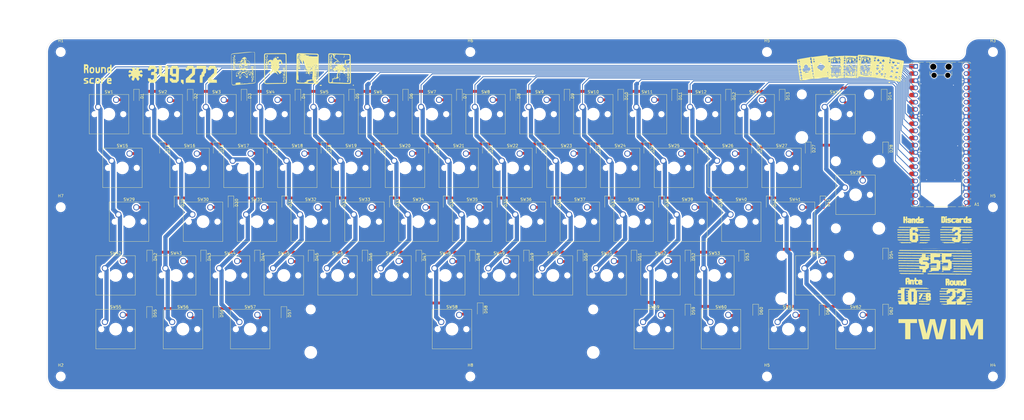
<source format=kicad_pcb>
(kicad_pcb (version 20241229) (generator "pcbnew") (generator_version "9.0")
  (layers (0 "F.Cu" signal) (2 "B.Cu" signal) (13 "F.Paste" user) (15 "B.Paste" user) (5 "F.SilkS" user "F.Silkscreen") (7 "B.SilkS" user "B.Silkscreen") (1 "F.Mask" user) (3 "B.Mask" user) (25 "Edge.Cuts" user))
  (net 0 "")
  (net 1 "GND")
  (net 5 "COL14")
  (net 16 "COL5")
  (net 17 "COL3")
  (net 18 "COL12")
  (net 19 "COL1")
  (net 20 "COL13")
  (net 21 "COL8")
  (net 22 "COL11")
  (net 23 "ROW2")
  (net 24 "ROW4")
  (net 25 "COL7")
  (net 26 "COL9")
  (net 27 "ROW3")
  (net 28 "COL10")
  (net 29 "COL6")
  (net 30 "COL2")
  (net 31 "COL4")
  (net 32 "ROW1")
  (net 33 "Net-(D1-A)")
  (net 34 "Net-(D2-A)")
  (net 35 "Net-(D3-A)")
  (net 36 "Net-(D4-A)")
  (net 37 "Net-(D5-A)")
  (net 38 "Net-(D6-A)")
  (net 39 "Net-(D7-A)")
  (net 40 "Net-(D8-A)")
  (net 41 "Net-(D9-A)")
  (net 42 "Net-(D11-A)")
  (net 43 "Net-(D12-A)")
  (net 44 "Net-(D13-A)")
  (net 45 "Net-(D14-A)")
  (net 46 "Net-(D15-A)")
  (net 47 "Net-(D16-A)")
  (net 48 "Net-(D17-A)")
  (net 49 "Net-(D18-A)")
  (net 50 "Net-(D19-A)")
  (net 51 "Net-(D20-A)")
  (net 52 "Net-(D21-A)")
  (net 53 "Net-(D22-A)")
  (net 54 "Net-(D23-A)")
  (net 55 "Net-(D24-A)")
  (net 56 "Net-(D25-A)")
  (net 57 "Net-(D26-A)")
  (net 58 "Net-(D27-A)")
  (net 59 "Net-(D28-A)")
  (net 60 "Net-(D29-A)")
  (net 61 "Net-(D30-A)")
  (net 62 "Net-(D31-A)")
  (net 63 "Net-(D32-A)")
  (net 64 "Net-(D33-A)")
  (net 65 "Net-(D34-A)")
  (net 66 "Net-(D35-A)")
  (net 67 "Net-(D36-A)")
  (net 68 "Net-(D37-A)")
  (net 69 "Net-(D38-A)")
  (net 70 "Net-(D39-A)")
  (net 71 "Net-(D40-A)")
  (net 72 "Net-(D41-A)")
  (net 73 "Net-(D42-A)")
  (net 74 "Net-(D43-A)")
  (net 75 "Net-(D44-A)")
  (net 76 "Net-(D45-A)")
  (net 77 "Net-(D46-A)")
  (net 78 "Net-(D47-A)")
  (net 79 "Net-(D48-A)")
  (net 80 "Net-(D49-A)")
  (net 81 "Net-(D50-A)")
  (net 82 "Net-(D51-A)")
  (net 83 "Net-(D52-A)")
  (net 84 "Net-(D53-A)")
  (net 85 "Net-(D54-A)")
  (net 86 "Net-(D55-A)")
  (net 87 "Net-(D56-A)")
  (net 88 "Net-(D57-A)")
  (net 89 "Net-(D58-A)")
  (net 90 "Net-(D59-A)")
  (net 91 "Net-(D60-A)")
  (net 92 "Net-(D61-A)")
  (net 93 "Net-(D62-A)")
  (net 94 "ROW5")
  (net 95 "Net-(D10-A)")
  (footprint "Diode_SMD:D_SOD-123" (layer "F.Cu") (at 143.95 120.605 -90)
    (property "Reference" "D4")
    (property "Value" "D")
  )
  (footprint "Diode_SMD:D_SOD-123" (layer "F.Cu") (at 282 177.605 -90)
    (property "Reference" "D52")
    (property "Value" "D")
  )
  (footprint "Button_Switch_Keyboard:SW_Cherry_MX_1.00u_PCB" (layer "F.Cu") (at 127.225 141.005)
    (property "Reference" "SW17")
    (property "Value" "SW_Push")
  )
  (footprint "Diode_SMD:D_SOD-123" (layer "F.Cu") (at 148.650001 177.605 -90)
    (property "Reference" "D45")
    (property "Value" "D")
  )
  (footprint "MountingHole:MountingHole_3mm" (layer "F.Cu") (at 390 160)
    (property "Reference" "H5")
    (property "Value" "MountingHole")
  )
  (footprint "Diode_SMD:D_SOD-123" (layer "F.Cu") (at 243.9 177.605 -90)
    (property "Reference" "D50")
    (property "Value" "D")
  )
  (footprint "LOGO" (layer "F.Cu") (at 340 111)
    (property "Reference" "G***" (hide yes))
    (property "Value" "LOGO" (hide yes))
  )
  (footprint "Button_Switch_Keyboard:SW_Cherry_MX_1.25u_PCB" (layer "F.Cu") (at 343.91875 198.155)
    (property "Reference" "SW62")
    (property "Value" "SW_Push")
  )
  (footprint "Diode_SMD:D_SOD-123" (layer "F.Cu") (at 205.8 177.605 -90)
    (property "Reference" "D48")
    (property "Value" "D")
  )
  (footprint "Diode_SMD:D_SOD-123" (layer "F.Cu") (at 234.55 158.405 -90)
    (property "Reference" "D36")
    (property "Value" "D")
  )
  (footprint "Diode_SMD:D_SOD-123" (layer "F.Cu") (at 201.1 120.605 -90)
    (property "Reference" "D7")
    (property "Value" "D")
  )
  (footprint "Button_Switch_Keyboard:SW_Cherry_MX_1.25u_PCB" (layer "F.Cu") (at 105.79375 198.155)
    (property "Reference" "SW56")
    (property "Value" "SW_Push")
  )
  (footprint "MountingHole:MountingHole_3mm" (layer "F.Cu") (at 310 105)
    (property "Reference" "H5")
    (property "Value" "MountingHole")
  )
  (footprint "Button_Switch_Keyboard:SW_Cherry_MX_1.00u_PCB" (layer "F.Cu") (at 251.05 121.955)
    (property "Reference" "SW10")
    (property "Value" "SW_Push")
  )
  (footprint "MountingHole:MountingHole_3mm" (layer "F.Cu") (at 205 105)
    (property "Reference" "H6")
    (property "Value" "MountingHole")
  )
  (footprint "Button_Switch_Keyboard:SW_Cherry_MX_1.00u_PCB" (layer "F.Cu") (at 98.65 121.955)
    (property "Reference" "SW2")
    (property "Value" "SW_Push")
  )
  (footprint "Diode_SMD:D_SOD-123" (layer "F.Cu") (at 220.15 120.605 -90)
    (property "Reference" "D8")
    (property "Value" "D")
  )
  (footprint "Diode_SMD:D_SOD-123" (layer "F.Cu") (at 262.95 177.605 -90)
    (property "Reference" "D51")
    (property "Value" "D")
  )
  (footprint "Diode_SMD:D_SOD-123" (layer "F.Cu") (at 172.2 139.255 -90)
    (property "Reference" "D19")
    (property "Value" "D")
  )
  (footprint "Button_Switch_Keyboard:SW_Cherry_MX_1.00u_PCB" (layer "F.Cu") (at 289.15 121.955)
    (property "Reference" "SW12")
    (property "Value" "SW_Push")
  )
  (footprint "Diode_SMD:D_SOD-123" (layer "F.Cu") (at 129.6 177.605 -90)
    (property "Reference" "D44")
    (property "Value" "D")
  )
  (footprint "LOGO" (layer "F.Cu") (at 142 111)
    (property "Reference" "G***" (hide yes))
    (property "Value" "LOGO" (hide yes))
  )
  (footprint "Diode_SMD:D_SOD-123" (layer "F.Cu") (at 229.35 139.255 -90)
    (property "Reference" "D22")
    (property "Value" "D")
  )
  (footprint "Diode_SMD:D_SOD-123" (layer "F.Cu") (at 101.2 158.405 -90)
    (property "Reference" "D29")
    (property "Value" "D")
  )
  (footprint "Button_Switch_Keyboard:SW_Cherry_MX_1.00u_PCB" (layer "F.Cu") (at 293.9125 179.105)
    (property "Reference" "SW53")
    (property "Value" "SW_Push")
  )
  (footprint "Diode_SMD:D_SOD-123" (layer "F.Cu") (at 110.55 177.605 -90)
    (property "Reference" "D43")
    (property "Value" "D")
  )
  (footprint "Diode_SMD:D_SOD-123" (layer "F.Cu") (at 124.9 120.605 -90)
    (property "Reference" "D3")
    (property "Value" "D")
  )
  (footprint "Diode_SMD:D_SOD-123" (layer "F.Cu") (at 208.5 196.255 -90)
    (property "Reference" "D58")
    (property "Value" "D")
  )
  (footprint "LOGO" (layer "F.Cu") (at 362 190)
    (property "Reference" "G***" (hide yes))
    (property "Value" "LOGO" (hide yes))
  )
  (footprint "Diode_SMD:D_SOD-123" (layer "F.Cu") (at 96 139.255 -90)
    (property "Reference" "D15")
    (property "Value" "D")
  )
  (footprint "Button_Switch_Keyboard:SW_Cherry_MX_1.00u_PCB" (layer "F.Cu") (at 317.725 141.005)
    (property "Reference" "SW27")
    (property "Value" "SW_Push")
  )
  (footprint "Button_Switch_Keyboard:SW_Cherry_MX_1.00u_PCB" (layer "F.Cu") (at 227.2375 160.055)
    (property "Reference" "SW36")
    (property "Value" "SW_Push")
  )
  (footprint "Button_Switch_Keyboard:SW_Cherry_MX_1.00u_PCB" (layer "F.Cu") (at 170.0875 160.055)
    (property "Reference" "SW33")
    (property "Value" "SW_Push")
  )
  (footprint "Button_Switch_Keyboard:SW_Cherry_MX_1.00u_PCB" (layer "F.Cu") (at 255.8125 179.105)
    (property "Reference" "SW51")
    (property "Value" "SW_Push")
  )
  (footprint "Diode_SMD:D_SOD-123" (layer "F.Cu") (at 120.25 158.405 -90)
    (property "Reference" "D30")
    (property "Value" "D")
  )
  (footprint "Diode_SMD:D_SOD-123" (layer "F.Cu") (at 329.5 196.755 -90)
    (property "Reference" "D61")
    (property "Value" "D")
  )
  (footprint "Button_Switch_Keyboard:SW_Cherry_MX_1.00u_PCB" (layer "F.Cu") (at 265.3375 160.055)
    (property "Reference" "SW38")
    (property "Value" "SW_Push")
  )
  (footprint "Button_Switch_Keyboard:SW_Cherry_MX_2.75u_PCB" (layer "F.Cu") (at 329.63125 179.105)
    (property "Reference" "SW54")
    (property "Value" "SW_Push")
  )
  (footprint "MountingHole:MountingHole_3mm" (layer "F.Cu") (at 310 220)
    (property "Reference" "H5")
    (property "Value" "MountingHole")
  )
  (footprint "Diode_SMD:D_SOD-123" (layer "F.Cu") (at 158.350001 158.405 -90)
    (property "Reference" "D32")
    (property "Value" "D")
  )
  (footprint "Diode_SMD:D_SOD-123" (layer "F.Cu") (at 296.35 120.605 -90)
    (property "Reference" "D12")
    (property "Value" "D")
  )
  (footprint "Button_Switch_Keyboard:SW_Cherry_MX_1.25u_PCB" (layer "F.Cu") (at 320.10625 198.155)
    (property "Reference" "SW61")
    (property "Value" "SW_Push")
  )
  (footprint "Diode_SMD:D_SOD-123" (layer "F.Cu") (at 139 197.605 -90)
    (property "Reference" "D57")
    (property "Value" "D")
  )
  (footprint "Button_Switch_Keyboard:SW_Cherry_MX_1.00u_PCB" (layer "F.Cu") (at 108.175 141.005)
    (property "Reference" "SW16")
    (property "Value" "SW_Push")
  )
  (footprint "Button_Switch_Keyboard:SW_Cherry_MX_1.00u_PCB" (layer "F.Cu") (at 193.9 121.955)
    (property "Reference" "SW7")
    (property "Value" "SW_Push")
  )
  (footprint "Diode_SMD:D_SOD-123" (layer "F.Cu") (at 310.75 158.405 -90)
    (property "Reference" "D40")
    (property "Value" "D")
  )
  (footprint "Button_Switch_Keyboard:SW_Cherry_MX_1.00u_PCB" (layer "F.Cu") (at 208.1875 160.055)
    (property "Reference" "SW35")
    (property "Value" "SW_Push")
  )
  (footprint "Diode_SMD:D_SOD-123" (layer "F.Cu") (at 277.3 120.605 -90)
    (property "Reference" "D11")
    (property "Value" "D")
  )
  (footprint "Button_Switch_Keyboard:SW_Cherry_MX_1.00u_PCB" (layer "F.Cu") (at 122.4625 179.105)
    (property "Reference" "SW44")
    (property "Value" "SW_Push")
  )
  (footprint "Module:RaspberryPi_Pico_Common_Unspecified" (layer "F.Cu") (at 371.575 134.225)
    (property "Reference" "A1")
    (property "Value" "RaspberryPi_Pico")
  )
  (footprint "Diode_SMD:D_SOD-123" (layer "F.Cu") (at 267.45 139.255 -90)
    (property "Reference" "D24")
    (property "Value" "D")
  )
  (footprint "Diode_SMD:D_SOD-123" (layer "F.Cu") (at 239.2 120.605 -90)
    (property "Reference" "D9")
    (property "Value" "D")
  )
  (footprint "MountingHole:MountingHole_3mm" (layer "F.Cu") (at 390 220)
    (property "Reference" "H4")
    (property "Value" "MountingHole")
  )
  (footprint "Button_Switch_Keyboard:SW_Cherry_MX_1.00u_PCB" (layer "F.Cu") (at 303.4375 160.055)
    (property "Reference" "SW40")
    (property "Value" "SW_Push")
  )
  (footprint "LOGO" (layer "F.Cu") (at 377 168)
    (property "Reference" "G***" (hide yes))
    (property "Value" "LOGO" (hide yes))
  )
  (footprint "Button_Switch_Keyboard:SW_Cherry_MX_1.00u_PCB" (layer "F.Cu") (at 236.7625 179.105)
    (property "Reference" "SW50")
    (property "Value" "SW_Push")
  )
  (footprint "MountingHole:MountingHole_3mm" (layer "F.Cu") (at 60 105)
    (property "Reference" "H1")
    (property "Value" "MountingHole")
  )
  (footprint "Button_Switch_Keyboard:SW_Cherry_MX_1.00u_PCB" (layer "F.Cu") (at 322.4875 160.055)
    (property "Reference" "SW41")
    (property "Value" "SW_Push")
  )
  (footprint "Button_Switch_Keyboard:SW_Cherry_MX_1.00u_PCB" (layer "F.Cu") (at 131.9875 160.055)
    (property "Reference" "SW31")
    (property "Value" "SW_Push")
  )
  (footprint "Button_Switch_Keyboard:SW_Cherry_MX_1.00u_PCB" (layer "F.Cu") (at 79.6 121.955)
    (property "Reference" "SW1")
    (property "Value" "SW_Push")
  )
  (footprint "Button_Switch_Keyboard:SW_Cherry_MX_6.25u_PCB" (layer "F.Cu") (at 201.04375 198.155)
    (property "Reference" "SW58")
    (property "Value" "SW_Push")
  )
  (footprint "Button_Switch_Keyboard:SW_Cherry_MX_1.00u_PCB" (layer "F.Cu") (at 260.575 141.005)
    (property "Reference" "SW24")
    (property "Value" "SW_Push")
  )
  (footprint "Button_Switch_Keyboard:SW_Cherry_MX_1.00u_PCB" (layer "F.Cu") (at 146.275 141.005)
    (property "Reference" "SW18")
    (property "Value" "SW_Push")
  )
  (footprint "Button_Switch_Keyboard:SW_Cherry_MX_1.00u_PCB" (layer "F.Cu") (at 155.8 121.955)
    (property "Reference" "SW5")
    (property "Value" "SW_Push")
  )
  (footprint "Diode_SMD:D_SOD-123" (layer "F.Cu") (at 291.7 158.405 -90)
    (property "Reference" "D39")
    (property "Value" "D")
  )
  (footprint "Button_Switch_Keyboard:SW_Cherry_MX_1.00u_PCB" (layer "F.Cu") (at 270.1 121.955)
    (property "Reference" "SW11")
    (property "Value" "SW_Push")
  )
  (footprint "LOGO" (layer "F.Cu") (at 92 113)
    (property "Reference" "G***" (hide yes))
    (property "Value" "LOGO" (hide yes))
  )
  (footprint "Button_Switch_Keyboard:SW_Cherry_MX_1.00u_PCB" (layer "F.Cu") (at 241.525 141.005)
    (property "Reference" "SW23")
    (property "Value" "SW_Push")
  )
  (footprint "Diode_SMD:D_SOD-123" (layer "F.Cu") (at 91.5 177.605 -90)
    (property "Reference" "D42")
    (property "Value" "D")
  )
  (footprint "Diode_SMD:D_SOD-123" (layer "F.Cu") (at 139.3 158.405 -90)
    (property "Reference" "D31")
    (property "Value" "D")
  )
  (footprint "Diode_SMD:D_SOD-123" (layer "F.Cu") (at 301.05 177.605 -90)
    (property "Reference" "D53")
    (property "Value" "D")
  )
  (footprint "Button_Switch_Keyboard:SW_Cherry_MX_1.00u_PCB" (layer "F.Cu") (at 298.675 141.005)
    (property "Reference" "SW26")
    (property "Value" "SW_Push")
  )
  (footprint "Diode_SMD:D_SOD-123" (layer "F.Cu") (at 105.85 120.605 -90)
    (property "Reference" "D2")
    (property "Value" "D")
  )
  (footprint "Button_Switch_Keyboard:SW_Cherry_MX_1.00u_PCB" (layer "F.Cu") (at 165.325 141.005)
    (property "Reference" "SW19")
    (property "Value" "SW_Push")
  )
  (footprint "Button_Switch_Keyboard:SW_Cherry_MX_1.25u_PCB" (layer "F.Cu") (at 81.98125 198.155)
    (property "Reference" "SW55")
    (property "Value" "SW_Push")
  )
  (footprint "Button_Switch_Keyboard:SW_Cherry_MX_1.00u_PCB" (layer "F.Cu") (at 284.3875 160.055)
    (property "Reference" "SW39")
    (property "Value" "SW_Push")
  )
  (footprint "Diode_SMD:D_SOD-123" (layer "F.Cu") (at 86.8 120.605 -90)
    (property "Reference" "D1")
    (property "Value" "D")
  )
  (footprint "Button_Switch_Keyboard:SW_Cherry_MX_1.25u_PCB" (layer "F.Cu") (at 296.29375 198.155)
    (property "Reference" "SW60")
    (property "Value" "SW_Push")
  )
  (footprint "Button_Switch_Keyboard:SW_Cherry_MX_1.00u_PCB" (layer "F.Cu") (at 189.1375 160.055)
    (property "Reference" "SW34")
    (property "Value" "SW_Push")
  )
  (footprint "Diode_SMD:D_SOD-123" (layer "F.Cu") (at 91.4 197.605 -90)
    (property "Reference" "D55")
    (property "Value" "D")
  )
  (footprint "Diode_SMD:D_SOD-123" (layer "F.Cu") (at 253.6 158.405 -90)
    (property "Reference" "D37")
    (property "Value" "D")
  )
  (footprint "Diode_SMD:D_SOD-123" (layer "F.Cu") (at 248.4 139.255 -90)
    (property "Reference" "D23")
    (property "Value" "D")
  )
  (footprint "Diode_SMD:D_SOD-123" (layer "F.Cu") (at 224.85 177.605 -90)
    (property "Reference" "D49")
    (property "Value" "D")
  )
  (footprint "Button_Switch_Keyboard:SW_Cherry_MX_1.00u_PCB" (layer "F.Cu") (at 112.9375 160.055)
    (property "Reference" "SW30")
    (property "Value" "SW_Push")
  )
  (footprint "MountingHole:MountingHole_3mm" (layer "F.Cu") (at 390 105)
    (property "Reference" "H3")
    (property "Value" "MountingHole")
  )
  (footprint "Diode_SMD:D_SOD-123" (layer "F.Cu") (at 210.3 139.255 -90)
    (property "Reference" "D21")
    (property "Value" "D")
  )
  (footprint "Diode_SMD:D_SOD-123" (layer "F.Cu") (at 115 197.605 -90)
    (property "Reference" "D56")
    (property "Value" "D")
  )
  (footprint "Button_Switch_Keyboard:SW_Cherry_MX_2.00u_PCB" (layer "F.Cu") (at 336.775 121.955)
    (property "Reference" "SW14")
    (property "Value" "SW_Push")
  )
  (footprint "Diode_SMD:D_SOD-123" (layer "F.Cu") (at 177.4 158.405 -90)
    (property "Reference" "D33")
    (property "Value" "D")
  )
  (footprint "Diode_SMD:D_SOD-123" (layer "F.Cu") (at 196.45 158.405 -90)
    (property "Reference" "D34")
    (property "Value" "D")
  )
  (footprint "Diode_SMD:D_SOD-123" (layer "F.Cu") (at 286.5 139.255 -90)
    (property "Reference" "D25")
    (property "Value" "D")
  )
  (footprint "Diode_SMD:D_SOD-123" (layer "F.Cu") (at 258.25 120.605 -90)
    (property "Reference" "D10")
    (property "Value" "D")
  )
  (footprint "Diode_SMD:D_SOD-123" (layer "F.Cu") (at 186.75 177.605 -90)
    (property "Reference" "D47")
    (property "Value" "D")
  )
  (footprint "LOGO" (layer "F.Cu") (at 362 168)
    (property "Reference" "G***" (hide yes))
    (property "Value" "LOGO" (hide yes))
  )
  (footprint "Button_Switch_Keyboard:SW_Cherry_MX_1.00u_PCB" (layer "F.Cu") (at 222.475 141.005)
    (property "Reference" "SW22")
    (property "Value" "SW_Push")
  )
  (footprint "Diode_SMD:D_SOD-123" (layer "F.Cu") (at 163 120.605 -90)
    (property "Reference" "D5")
    (property "Value" "D")
  )
  (footprint "Diode_SMD:D_SOD-123" (layer "F.Cu") (at 167.7 177.605 -90)
    (property "Reference" "D46")
    (property "Value" "D")
  )
  (footprint "Button_Switch_Keyboard:SW_Cherry_MX_1.00u_PCB" (layer "F.Cu") (at 308.2 121.955)
    (property "Reference" "SW13")
    (property "Value" "SW_Push")
  )
  (footprint "Diode_SMD:D_SOD-123" (layer "F.Cu") (at 272.65 158.405 -90)
    (property "Reference" "D38")
    (property "Value" "D")
  )
  (footprint "Diode_SMD:D_SOD-123" (layer "F.Cu") (at 352 196.755 -90)
    (property "Reference" "D62")
    (property "Value" "D")
  )
  (footprint "Button_Switch_Keyboard:SW_Cherry_MX_1.00u_PCB" (layer "F.Cu") (at 103.4125 179.105)
    (property "Reference" "SW43")
    (property "Value" "SW_Push")
  )
  (footprint "Diode_SMD:D_SOD-123" (layer "F.Cu") (at 182.05 120.605 -90)
    (property "Reference" "D6")
    (property "Value" "D")
  )
  (footprint "Diode_SMD:D_SOD-123" (layer "F.Cu") (at 352 139.255 -90)
    (property "Reference" "D28")
    (property "Value" "D")
  )
  (footprint "Button_Switch_Keyboard:SW_Cherry_MX_1.00u_PCB" (layer "F.Cu") (at 117.7 121.955)
    (property "Reference" "SW3")
    (property "Value" "SW_Push")
  )
  (footprint "Button_Switch_Keyboard:SW_Cherry_MX_1.00u_PCB" (layer "F.Cu") (at 203.425 141.005)
    (property "Reference" "SW21")
    (property "Value" "SW_Push")
  )
  (footprint "Button_Switch_Keyboard:SW_Cherry_MX_1.25u_PCB" (layer "F.Cu") (at 129.60625 198.155)
    (property "Reference" "SW57")
    (property "Value" "SW_Push")
  )
  (footprint "Diode_SMD:D_SOD-123" (layer "F.Cu") (at 191.25 139.255 -90)
    (property "Reference" "D20")
    (property "Value" "D")
  )
  (footprint "Diode_SMD:D_SOD-123" (layer "F.Cu") (at 324.6 139.255 -90)
    (property "Reference" "D27")
    (property "Value" "D")
  )
  (footprint "Button_Switch_Keyboard:SW_Cherry_MX_1.00u_PCB" (layer "F.Cu") (at 174.85 121.955)
    (property "Reference" "SW6")
    (property "Value" "SW_Push")
  )
  (footprint "Button_Switch_Keyboard:SW_Cherry_MX_1.00u_PCB" (layer "F.Cu") (at 217.7125 179.105)
    (property "Reference" "SW49")
    (property "Value" "SW_Push")
  )
  (footprint "Diode_SMD:D_SOD-123" (layer "F.Cu") (at 329.8 158.405 -90)
    (property "Reference" "D41")
    (property "Value" "D")
  )
  (footprint "Button_Switch_Keyboard:SW_Cherry_MX_1.00u_PCB" (layer "F.Cu") (at 141.5125 179.105)
    (property "Reference" "SW45")
    (property "Value" "SW_Push")
  )
  (footprint "Button_Switch_Keyboard:SW_Cherry_MX_1.00u_PCB" (layer "F.Cu") (at 246.2875 160.055)
    (property "Reference" "SW37")
    (property "Value" "SW_Push")
  )
  (footprint "Button_Switch_Keyboard:SW_Cherry_MX_1.00u_PCB" (layer "F.Cu") (at 279.625 141.005)
    (property "Reference" "SW25")
    (property "Value" "SW_Push")
  )
  (footprint "Button_Switch_Keyboard:SW_Cherry_MX_1.00u_PCB" (layer "F.Cu") (at 274.8625 179.105)
    (property "Reference" "SW52")
    (property "Value" "SW_Push")
  )
  (footprint "Button_Switch_Keyboard:SW_Cherry_MX_1.00u_PCB" (layer "F.Cu") (at 198.6625 179.105)
    (property "Reference" "SW48")
    (property "Value" "SW_Push")
  )
  (footprint "MountingHole:MountingHole_3mm" (layer "F.Cu") (at 60 220)
    (property "Reference" "H2")
    (property "Value" "MountingHole")
  )
  (footprint "LOGO" (layer "F.Cu") (at 377 190)
    (property "Reference" "G***" (hide yes))
    (property "Value" "LOGO" (hide yes))
  )
  (footprint "Button_Switch_Keyboard:SW_Cherry_MX_1.00u_PCB" (layer "F.Cu") (at 136.75 121.955)
    (property "Reference" "SW4")
    (property "Value" "SW_Push")
  )
  (footprint "Diode_SMD:D_SOD-123" (layer "F.Cu") (at 315.4 120.605 -90)
    (property "Reference" "D13")
    (property "Value" "D")
  )
  (footprint "Diode_SMD:D_SOD-123" (layer "F.Cu") (at 215.5 158.405 -90)
    (property "Reference" "D35")
    (property "Value" "D")
  )
  (footprint "Button_Switch_Keyboard:SW_Cherry_MX_1.00u_PCB" (layer "F.Cu") (at 151.0375 160.055)
    (property "Reference" "SW32")
    (property "Value" "SW_Push")
  )
  (footprint "Button_Switch_Keyboard:SW_Cherry_MX_ISOEnter_PCB" (layer "F.Cu") (at 343.91875 150.53)
    (property "Reference" "SW28")
    (property "Value" "SW_Push")
  )
  (footprint "Button_Switch_Keyboard:SW_Cherry_MX_1.25u_PCB" (layer "F.Cu") (at 272.48125 198.155)
    (property "Reference" "SW59")
    (property "Value" "SW_Push")
  )
  (footprint "MountingHole:MountingHole_3mm" (layer "F.Cu") (at 205 220)
    (property "Reference" "H8")
    (property "Value" "MountingHole")
  )
  (footprint "Diode_SMD:D_SOD-123" (layer "F.Cu") (at 115.05 139.255 -90)
    (property "Reference" "D16")
    (property "Value" "D")
  )
  (footprint "Diode_SMD:D_SOD-123" (layer "F.Cu") (at 282 196.755 -90)
    (property "Reference" "D59")
    (property "Value" "D")
  )
  (footprint "MountingHole:MountingHole_3mm" (layer "F.Cu") (at 60 160)
    (property "Reference" "H7")
    (property "Value" "MountingHole")
  )
  (footprint "Diode_SMD:D_SOD-123" (layer "F.Cu") (at 306 196.755 -90)
    (property "Reference" "D60")
    (property "Value" "D")
  )
  (footprint "Button_Switch_Keyboard:SW_Cherry_MX_1.00u_PCB" (layer "F.Cu") (at 212.95 121.955)
    (property "Reference" "SW8")
    (property "Value" "SW_Push")
  )
  (footprint "Diode_SMD:D_SOD-123" (layer "F.Cu") (at 352 176.905 -90)
    (property "Reference" "D54")
    (property "Value" "D")
  )
  (footprint "Button_Switch_Keyboard:SW_Cherry_MX_1.00u_PCB" (layer "F.Cu") (at 160.5625 179.105)
    (property "Reference" "SW46")
    (property "Value" "SW_Push")
  )
  (footprint "Button_Switch_Keyboard:SW_Cherry_MX_1.25u_PCB" (layer "F.Cu") (at 81.98125 179.105)
    (property "Reference" "SW42")
    (property "Value" "SW_Push")
  )
  (footprint "Diode_SMD:D_SOD-123" (layer "F.Cu") (at 134.1 139.255 -90)
    (property "Reference" "D17")
    (property "Value" "D")
  )
  (footprint "LOGO" (layer "F.Cu") (at 369.5 179.5)
    (property "Reference" "G***" (hide yes))
    (property "Value" "LOGO" (hide yes))
  )
  (footprint "Diode_SMD:D_SOD-123" (layer "F.Cu") (at 351.5 120.605 -90)
    (property "Reference" "D14")
    (property "Value" "D")
  )
  (footprint "Diode_SMD:D_SOD-123" (layer "F.Cu") (at 305.55 139.255 -90)
    (property "Reference" "D26")
    (property "Value" "D")
  )
  (footprint "Button_Switch_Keyboard:SW_Cherry_MX_1.75u_PCB" (layer "F.Cu") (at 86.74375 160.055)
    (property "Reference" "SW29")
    (property "Value" "SW_Push")
  )
  (footprint "Button_Switch_Keyboard:SW_Cherry_MX_1.00u_PCB" (layer "F.Cu") (at 179.6125 179.105)
    (property "Reference" "SW47")
    (property "Value" "SW_Push")
  )
  (footprint "Diode_SMD:D_SOD-123" (layer "F.Cu") (at 153.150001 139.255 -90)
    (property "Reference" "D18")
    (property "Value" "D")
  )
  (footprint "Button_Switch_Keyboard:SW_Cherry_MX_1.00u_PCB" (layer "F.Cu") (at 184.375 141.005)
    (property "Reference" "SW20")
    (property "Value" "SW_Push")
  )
  (footprint "Button_Switch_Keyboard:SW_Cherry_MX_1.00u_PCB" (layer "F.Cu") (at 232 121.955)
    (property "Reference" "SW9")
    (property "Value" "SW_Push")
  )
  (footprint "Button_Switch_Keyboard:SW_Cherry_MX_1.50u_PCB" (layer "F.Cu") (at 84.3625 141.005)
    (property "Reference" "SW15")
    (property "Value" "SW_Push")
  )
  (gr_line (start 390 225) (end 60 225) (stroke (width 0.05)) (layer "Edge.Cuts"))
  (gr_arc (start 355 100) (mid 358.535534 101.464466) (end 360 105) (stroke (width 0.05)) (layer "Edge.Cuts"))
  (gr_arc (start 395 220) (mid 393.535534 223.535534) (end 390 225) (stroke (width 0.05)) (layer "Edge.Cuts"))
  (gr_arc (start 390 100) (mid 393.535534 101.464466) (end 395 105) (stroke (width 0.05)) (layer "Edge.Cuts"))
  (gr_line (start 385 100) (end 390 100) (stroke (width 0.05)) (layer "Edge.Cuts"))
  (gr_line (start 60 100) (end 315 100) (stroke (width 0.05)) (layer "Edge.Cuts"))
  (gr_arc (start 362.5 107.5) (mid 360.732233 106.767767) (end 360 105) (stroke (width 0.05)) (layer "Edge.Cuts"))
  (gr_arc (start 60 225) (mid 56.464466 223.535534) (end 55 220) (stroke (width 0.05)) (layer "Edge.Cuts"))
  (gr_line (start 55 220) (end 55 105) (stroke (width 0.05)) (layer "Edge.Cuts"))
  (gr_line (start 355 100) (end 315 100) (stroke (width 0.05)) (layer "Edge.Cuts"))
  (gr_arc (start 55 105) (mid 56.464466 101.464466) (end 60 100) (stroke (width 0.05)) (layer "Edge.Cuts"))
  (gr_arc (start 380 105) (mid 379.385728 106.64135) (end 377.844775 107.476112) (stroke (width 0.05)) (layer "Edge.Cuts"))
  (gr_line (start 377.844774 107.476112) (end 362.5 107.5) (stroke (width 0.05)) (layer "Edge.Cuts"))
  (gr_arc (start 380 105) (mid 381.464466 101.464466) (end 385 100) (stroke (width 0.05)) (layer "Edge.Cuts"))
  (gr_line (start 395 105) (end 395 220) (stroke (width 0.05)) (layer "Edge.Cuts"))
  (gr_text "TWIM" (at 356.5 208 0) (layer "F.SilkS") (effects (font (size 7 7) (thickness 1) (bold yes)) (justify left bottom)))
  (segment (start 379.085 129.255) (end 380.465 127.875) (width 0.2) (layer "F.Cu") (net 1))
  (segment (start 379 129.255) (end 379.085 129.255) (width 0.2) (layer "F.Cu") (net 1))
  (via (at 366.5 150.255) (size 0.6) (drill 0.3) (layers "F.Cu" "B.Cu") (net 1))
  (via (at 364.5 116.255) (size 0.6) (drill 0.3) (layers "F.Cu" "B.Cu") (net 1))
  (via (at 365 127.255) (size 0.6) (drill 0.3) (layers "F.Cu" "B.Cu") (net 1))
  (via (at 376.5 150.255) (size 0.6) (drill 0.3) (layers "F.Cu" "B.Cu") (net 1))
  (via (at 376 116.755) (size 0.6) (drill 0.3) (layers "F.Cu" "B.Cu") (net 1))
  (via (at 379 129.255) (size 0.6) (drill 0.3) (layers "F.Cu" "B.Cu") (net 1))
  (via (at 377.5 138.255) (size 0.6) (drill 0.3) (layers "F.Cu" "B.Cu") (net 1))
  (via (at 364.5 140.255) (size 0.6) (drill 0.3) (layers "F.Cu" "B.Cu") (net 1))
  (segment (start 362.685 152.801454) (end 365.231454 150.255) (width 0.3) (layer "B.Cu") (net 1))
  (segment (start 362.685 127.875) (end 364.38 127.875) (width 0.3) (layer "B.Cu") (net 1))
  (segment (start 377.58 115.175) (end 376 116.755) (width 0.3) (layer "B.Cu") (net 1))
  (segment (start 364.38 127.875) (end 365 127.255) (width 0.3) (layer "B.Cu") (net 1))
  (segment (start 380.465 152.801454) (end 377.918546 150.255) (width 0.3) (layer "B.Cu") (net 1))
  (segment (start 364.18 140.575) (end 364.5 140.255) (width 0.3) (layer "B.Cu") (net 1))
  (segment (start 362.685 153.275) (end 362.685 152.801454) (width 0.3) (layer "B.Cu") (net 1))
  (segment (start 379.82 140.575) (end 377.5 138.255) (width 0.3) (layer "B.Cu") (net 1))
  (segment (start 365.231454 150.255) (end 366.5 150.255) (width 0.3) (layer "B.Cu") (net 1))
  (segment (start 380.465 115.175) (end 377.58 115.175) (width 0.3) (layer "B.Cu") (net 1))
  (segment (start 363.42 115.175) (end 364.5 116.255) (width 0.3) (layer "B.Cu") (net 1))
  (segment (start 362.685 140.575) (end 364.18 140.575) (width 0.3) (layer "B.Cu") (net 1))
  (segment (start 380.465 140.575) (end 379.82 140.575) (width 0.3) (layer "B.Cu") (net 1))
  (segment (start 377.918546 150.255) (end 376.5 150.255) (width 0.3) (layer "B.Cu") (net 1))
  (segment (start 362.685 115.175) (end 363.42 115.175) (width 0.3) (layer "B.Cu") (net 1))
  (segment (start 380.465 153.275) (end 380.465 152.801454) (width 0.3) (layer "B.Cu") (net 1))
  (segment (start 362.685 150.735) (end 361.55363 150.735) (width 0.3) (layer "F.Cu") (net 5))
  (segment (start 331.006 146.50725) (end 337.56875 153.07) (width 1.5) (layer "B.Cu") (net 5))
  (segment (start 362.685 150.735) (end 355.5 143.55) (width 0.3) (layer "B.Cu") (net 5))
  (segment (start 326.8785 178.04775) (end 323.28125 181.645) (width 1.5) (layer "B.Cu") (net 5))
  (segment (start 324 182.36375) (end 324 187.12625) (width 1.5) (layer "B.Cu") (net 5))
  (segment (start 336.221041 153.07) (end 326.8785 162.412541) (width 1.5) (layer "B.Cu") (net 5))
  (segment (start 355.499 141.71752) (end 355.499 117.254) (width 0.3) (layer "B.Cu") (net 5))
  (segment (start 331.006 125.076) (end 331.006 146.50725) (width 1.5) (layer "B.Cu") (net 5))
  (segment (start 326.8785 162.412541) (end 326.8785 178.04775) (width 1.5) (layer "B.Cu") (net 5))
  (segment (start 337.56875 153.07) (end 336.221041 153.07) (width 1.5) (layer "B.Cu") (net 5))
  (segment (start 355.499 117.254) (end 354.512 116.267) (width 0.3) (layer "B.Cu") (net 5))
  (segment (start 354.512 116.267) (end 338.653 116.267) (width 0.3) (layer "B.Cu") (net 5))
  (segment (start 330.425 124.495) (end 331.006 125.076) (width 1.5) (layer "B.Cu") (net 5))
  (segment (start 355.5 141.718521) (end 355.499 141.71752) (width 0.3) (layer "B.Cu") (net 5))
  (segment (start 324 187.12625) (end 337.56875 200.695) (width 1.5) (layer "B.Cu") (net 5))
  (segment (start 323.28125 181.645) (end 324 182.36375) (width 1.5) (layer "B.Cu") (net 5))
  (segment (start 355.5 143.55) (end 355.5 141.718521) (width 0.3) (layer "B.Cu") (net 5))
  (segment (start 338.653 116.267) (end 330.425 124.495) (width 0.3) (layer "B.Cu") (net 5))
  (segment (start 360 120.755) (end 362.04 122.795) (width 0.3) (layer "B.Cu") (net 16))
  (segment (start 360 113.255) (end 360 120.755) (width 0.3) (layer "B.Cu") (net 16))
  (segment (start 159.784 144.354) (end 158.975 143.545) (width 1.5) (layer "B.Cu") (net 16))
  (segment (start 163.7375 162.595) (end 164.3185 163.176) (width 1.5) (layer "B.Cu") (net 16))
  (segment (start 164.3185 163.176) (end 164.3185 171.539) (width 1.5) (layer "B.Cu") (net 16))
  (segment (start 362.04 122.795) (end 362.685 122.795) (width 0.3) (layer "B.Cu") (net 16))
  (segment (start 163.7375 162.595) (end 159.784 158.6415) (width 1.5) (layer "B.Cu") (net 16))
  (segment (start 350.997 111.758) (end 351 111.755) (width 0.3) (layer "B.Cu") (net 16))
  (segment (start 149.45 124.495) (end 149.45 116.805) (width 0.3) (layer "B.Cu") (net 16))
  (segment (start 164.3185 171.539) (end 154.2125 181.645) (width 1.5) (layer "B.Cu") (net 16))
  (segment (start 154.497 111.758) (end 350.997 111.758) (width 0.3) (layer "B.Cu") (net 16))
  (segment (start 351 111.755) (end 358.5 111.755) (width 0.3) (layer "B.Cu") (net 16))
  (segment (start 358.5 111.755) (end 360 113.255) (width 0.3) (layer "B.Cu") (net 16))
  (segment (start 150.031 134.601) (end 150.031 125.076) (width 1.5) (layer "B.Cu") (net 16))
  (segment (start 158.975 143.545) (end 150.031 134.601) (width 1.5) (layer "B.Cu") (net 16))
  (segment (start 150.031 125.076) (end 149.45 124.495) (width 1.5) (layer "B.Cu") (net 16))
  (segment (start 159.784 158.6415) (end 159.784 144.354) (width 1.5) (layer "B.Cu") (net 16))
  (segment (start 149.45 116.805) (end 154.497 111.758) (width 0.3) (layer "B.Cu") (net 16))
  (segment (start 126.2185 163.176) (end 126.2185 171.539) (width 1.5) (layer "B.Cu") (net 17))
  (segment (start 116.9215 194.36025) (end 116.9215 182.454) (width 1.5) (layer "B.Cu") (net 17))
  (segment (start 127.686 144.841945) (end 125.928055 143.084) (width 1.5) (layer "B.Cu") (net 17))
  (segment (start 125.6375 162.595) (end 126.2185 163.176) (width 1.5) (layer "B.Cu") (net 17))
  (segment (start 127.686 160.5465) (end 127.686 144.841945) (width 1.5) (layer "B.Cu") (net 17))
  (segment (start 126.2185 171.539) (end 116.1125 181.645) (width 1.5) (layer "B.Cu") (net 17))
  (segment (start 111.35 124.495) (end 111.35 116.405) (width 0.3) (layer "B.Cu") (net 17))
  (segment (start 121.336 143.084) (end 120.875 143.545) (width 1.5) (layer "B.Cu") (net 17))
  (segment (start 349.499 110.756) (end 349.5 110.755) (width 0.3) (layer "B.Cu") (net 17))
  (segment (start 125.928055 143.084) (end 121.336 143.084) (width 1.5) (layer "B.Cu") (net 17))
  (segment (start 349.5 110.755) (end 359 110.755) (width 0.3) (layer "B.Cu") (net 17))
  (segment (start 123.25625 200.695) (end 116.9215 194.36025) (width 1.5) (layer "B.Cu") (net 17))
  (segment (start 112.159 134.829) (end 120.875 143.545) (width 1.5) (layer "B.Cu") (net 17))
  (segment (start 111.35 116.405) (end 116.999 110.756) (width 0.3) (layer "B.Cu") (net 17))
  (segment (start 362.685 117.715) (end 362.3225 117.715) (width 0.3) (layer "B.Cu") (net 17))
  (segment (start 125.6375 162.595) (end 127.686 160.5465) (width 1.5) (layer "B.Cu") (net 17))
  (segment (start 359 110.755) (end 361 112.755) (width 0.3) (layer "B.Cu") (net 17))
  (segment (start 116.999 110.756) (end 349.499 110.756) (width 0.3) (layer "B.Cu") (net 17))
  (segment (start 111.35 124.495) (end 112.159 125.304) (width 1.5) (layer "B.Cu") (net 17))
  (segment (start 361 116.03) (end 362.685 117.715) (width 0.3) (layer "B.Cu") (net 17))
  (segment (start 116.9215 182.454) (end 116.1125 181.645) (width 1.5) (layer "B.Cu") (net 17))
  (segment (start 112.159 125.304) (end 112.159 134.829) (width 1.5) (layer "B.Cu") (net 17))
  (segment (start 361 112.755) (end 361 116.03) (width 0.3) (layer "B.Cu") (net 17))
  (segment (start 287.5625 170.772291) (end 295.739791 162.595) (width 1.5) (layer "B.Cu") (net 18))
  (segment (start 297.0875 162.595) (end 289.204 154.7115) (width 1.5) (layer "B.Cu") (net 18))
  (segment (start 295.739791 162.595) (end 297.0875 162.595) (width 1.5) (layer "B.Cu") (net 18))
  (segment (start 283.99 115.265) (end 282.8 116.455) (width 0.3) (layer "B.Cu") (net 18))
  (segment (start 283.609 125.304) (end 282.8 124.495) (width 1.5) (layer "B.Cu") (net 18))
  (segment (start 289.204 154.7115) (end 289.204 145.318291) (width 1.5) (layer "B.Cu") (net 18))
  (segment (start 283.609 134.829) (end 283.609 125.304) (width 1.5) (layer "B.Cu") (net 18))
  (segment (start 362.685 145.655) (end 356.5 139.47) (width 0.3) (layer "B.Cu") (net 18))
  (segment (start 289.204 145.318291) (end 290.977291 143.545) (width 1.5) (layer "B.Cu") (net 18))
  (segment (start 287.5625 181.645) (end 287.5625 170.772291) (width 1.5) (layer "B.Cu") (net 18))
  (segment (start 287.5625 181.645) (end 288.1435 182.226) (width 1.5) (layer "B.Cu") (net 18))
  (segment (start 356.5 115.96352) (end 355.80148 115.265) (width 0.3) (layer "B.Cu") (net 18))
  (segment (start 282.8 116.455) (end 282.8 124.495) (width 0.3) (layer "B.Cu") (net 18))
  (segment (start 288.1435 198.89475) (end 289.94375 200.695) (width 1.5) (layer "B.Cu") (net 18))
  (segment (start 355.80148 115.265) (end 283.99 115.265) (width 0.3) (layer "B.Cu") (net 18))
  (segment (start 290.977291 143.545) (end 292.325 143.545) (width 1.5) (layer "B.Cu") (net 18))
  (segment (start 288.1435 182.226) (end 288.1435 198.89475) (width 1.5) (layer "B.Cu") (net 18))
  (segment (start 292.325 143.545) (end 283.609 134.829) (width 1.5) (layer "B.Cu") (net 18))
  (segment (start 356.5 139.47) (end 356.5 115.96352) (width 0.3) (layer "B.Cu") (net 18))
  (segment (start 75.63125 200.695) (end 76.21225 200.114) (width 1.5) (layer "B.Cu") (net 19))
  (segment (start 74.059 125.304) (end 74.059 139.5915) (width 1.5) (layer "B.Cu") (net 19))
  (segment (start 79.5 110.255) (end 73.25 116.505) (width 0.3) (layer "B.Cu") (net 19))
  (segment (start 76.21225 182.226) (end 75.63125 181.645) (width 1.5) (layer "B.Cu") (net 19))
  (segment (start 78.0125 143.545) (end 78.5935 144.126) (width 1.5) (layer "B.Cu") (net 19))
  (segment (start 362.344 109.754) (end 97.79248 109.754) (width 0.3) (layer "B.Cu") (net 19))
  (segment (start 362.685 110.095) (end 362.344 109.754) (width 0.3) (layer "B.Cu") (net 19))
  (segment (start 78.5935 144.126) (end 78.5935 160.79475) (width 1.5) (layer "B.Cu") (net 19))
  (segment (start 73.25 124.495) (end 73.25 116.505) (width 1.5) (layer "B.Cu") (net 19))
  (segment (start 80.97475 163.176) (end 80.97475 176.3015) (width 1.5) (layer "B.Cu") (net 19))
  (segment (start 78.5935 160.79475) (end 80.39375 162.595) (width 1.5) (layer "B.Cu") (net 19))
  (segment (start 97.79248 109.754) (end 97.29148 110.255) (width 0.3) (layer "B.Cu") (net 19))
  (segment (start 97.29148 110.255) (end 79.5 110.255) (width 0.3) (layer "B.Cu") (net 19))
  (segment (start 74.059 139.5915) (end 78.0125 143.545) (width 1.5) (layer "B.Cu") (net 19))
  (segment (start 80.97475 176.3015) (end 75.63125 181.645) (width 1.5) (layer "B.Cu") (net 19))
  (segment (start 76.21225 200.114) (end 76.21225 182.226) (width 1.5) (layer "B.Cu") (net 19))
  (segment (start 73.25 124.495) (end 74.059 125.304) (width 1.5) (layer "B.Cu") (net 19))
  (segment (start 80.39375 162.595) (end 80.97475 163.176) (width 1.5) (layer "B.Cu") (net 19))
  (segment (start 311.956 158.4135) (end 316.1375 162.595) (width 1.5) (layer "B.Cu") (net 20))
  (segment (start 318.19225 196.259) (end 313.75625 200.695) (width 1.5) (layer "B.Cu") (net 20))
  (segment (start 318.19225 176.613697) (end 318.19225 196.259) (width 1.5) (layer "B.Cu") (net 20))
  (segment (start 316.9465 163.404) (end 316.9465 175.367947) (width 1.5) (layer "B.Cu") (net 20))
  (segment (start 316.9465 175.367947) (end 318.19225 176.613697) (width 1.5) (layer "B.Cu") (net 20))
  (segment (start 310.579 115.766) (end 355.207521 115.766) (width 0.3) (layer "B.Cu") (net 20))
  (segment (start 302.659 125.304) (end 302.659 134.829) (width 1.5) (layer "B.Cu") (net 20))
  (segment (start 356 116.558479) (end 356 141.51) (width 0.3) (layer "B.Cu") (net 20))
  (segment (start 301.85 124.495) (end 302.659 125.304) (width 1.5) (layer "B.Cu") (net 20))
  (segment (start 311.956 144.126) (end 311.956 158.4135) (width 1.5) (layer "B.Cu") (net 20))
  (segment (start 356 141.51) (end 362.685 148.195) (width 0.3) (layer "B.Cu") (net 20))
  (segment (start 316.1375 162.595) (end 316.9465 163.404) (width 1.5) (layer "B.Cu") (net 20))
  (segment (start 301.85 124.495) (end 310.579 115.766) (width 0.3) (layer "B.Cu") (net 20))
  (segment (start 302.659 134.829) (end 311.375 143.545) (width 1.5) (layer "B.Cu") (net 20))
  (segment (start 355.207521 115.766) (end 356 116.558479) (width 0.3) (layer "B.Cu") (net 20))
  (segment (start 311.375 143.545) (end 311.956 144.126) (width 1.5) (layer "B.Cu") (net 20))
  (segment (start 206.6 116.655) (end 209.5 113.755) (width 0.3) (layer "B.Cu") (net 21))
  (segment (start 216.934 144.354) (end 207.181 134.601) (width 1.5) (layer "B.Cu") (net 21))
  (segment (start 221.4685 171.539) (end 221.4685 163.176) (width 1.5) (layer "B.Cu") (net 21))
  (segment (start 354.494 113.261) (end 354.5 113.255) (width 0.3) (layer "B.Cu") (net 21))
  (segment (start 228.285479 113.261) (end 354.494 113.261) (width 0.3) (layer "B.Cu") (net 21))
  (segment (start 216.934 158.6415) (end 216.934 144.354) (width 1.5) (layer "B.Cu") (net 21))
  (segment (start 207.181 125.076) (end 206.6 124.495) (width 1.5) (layer "B.Cu") (net 21))
  (segment (start 357.29148 113.255) (end 358.5 114.46352) (width 0.3) (layer "B.Cu") (net 21))
  (segment (start 220.8875 162.595) (end 216.934 158.6415) (width 1.5) (layer "B.Cu") (net 21))
  (segment (start 354.5 113.255) (end 357.29148 113.255) (width 0.3) (layer "B.Cu") (net 21))
  (segment (start 207.181 134.601) (end 207.181 125.076) (width 1.5) (layer "B.Cu") (net 21))
  (segment (start 358.5 114.46352) (end 358.5 128.77) (width 0.3) (layer "B.Cu") (net 21))
  (segment (start 209.5 113.755) (end 227.79148 113.755) (width 0.3) (layer "B.Cu") (net 21))
  (segment (start 221.4685 163.176) (end 220.8875 162.595) (width 1.5) (layer "B.Cu") (net 21))
  (segment (start 358.5 128.77) (end 362.685 132.955) (width 0.3) (layer "B.Cu") (net 21))
  (segment (start 227.79148 113.755) (end 228.285479 113.261) (width 0.3) (layer "B.Cu") (net 21))
  (segment (start 206.6 124.495) (end 206.6 116.655) (width 0.3) (layer "B.Cu") (net 21))
  (segment (start 211.3625 181.645) (end 221.4685 171.539) (width 1.5) (layer "B.Cu") (net 21))
  (segment (start 216.934 144.354) (end 216.125 143.545) (width 1.5) (layer "B.Cu") (net 21))
  (segment (start 263.75 116.505) (end 265.491 114.764) (width 0.3) (layer "B.Cu") (net 22))
  (segment (start 357 115.755) (end 357 137.43) (width 0.3) (layer "B.Cu") (net 22))
  (segment (start 263.75 116.505) (end 264 116.255) (width 1.5) (layer "B.Cu") (net 22))
  (segment (start 268.5125 181.645) (end 269.0935 182.226) (width 1.5) (layer "B.Cu") (net 22))
  (segment (start 263.75 124.495) (end 264.559 125.304) (width 1.5) (layer "B.Cu") (net 22))
  (segment (start 357 137.43) (end 362.685 143.115) (width 0.3) (layer "B.Cu") (net 22))
  (segment (start 269.0935 182.226) (end 269.0935 197.73275) (width 1.5) (layer "B.Cu") (net 22))
  (segment (start 273.275 143.545) (end 273.856 144.126) (width 1.5) (layer "B.Cu") (net 22))
  (segment (start 265.491 114.764) (end 356.009 114.764) (width 0.3) (layer "B.Cu") (net 22))
  (segment (start 278.6185 171.539) (end 278.6185 163.176) (width 1.5) (layer "B.Cu") (net 22))
  (segment (start 263.75 124.495) (end 263.75 116.505) (width 1.5) (layer "B.Cu") (net 22))
  (segment (start 278.6185 163.176) (end 278.0375 162.595) (width 1.5) (layer "B.Cu") (net 22))
  (segment (start 356.009 114.764) (end 357 115.755) (width 0.3) (layer "B.Cu") (net 22))
  (segment (start 264.559 134.829) (end 273.275 143.545) (width 1.5) (layer "B.Cu") (net 22))
  (segment (start 273.856 144.126) (end 273.856 158.4135) (width 1.5) (layer "B.Cu") (net 22))
  (segment (start 268.5125 181.645) (end 278.6185 171.539) (width 1.5) (layer "B.Cu") (net 22))
  (segment (start 273.856 158.4135) (end 278.0375 162.595) (width 1.5) (layer "B.Cu") (net 22))
  (segment (start 264.559 125.304) (end 264.559 134.829) (width 1.5) (layer "B.Cu") (net 22))
  (segment (start 269.0935 197.73275) (end 266.13125 200.695) (width 1.5) (layer "B.Cu") (net 22))
  (segment (start 306.7 138.755) (end 323.45 138.755) (width 1) (layer "F.Cu") (net 23))
  (segment (start 305.55 137.605) (end 96 137.605) (width 1) (layer "F.Cu") (net 23))
  (segment (start 325.021 138.026) (end 351.579 138.026) (width 1) (layer "F.Cu") (net 23))
  (segment (start 305.55 137.605) (end 306.7 138.755) (width 1) (layer "F.Cu") (net 23))
  (segment (start 354 139.605) (end 352 137.605) (width 0.3) (layer "F.Cu") (net 23))
  (segment (start 351.579 138.026) (end 352 137.605) (width 1) (layer "F.Cu") (net 23))
  (segment (start 361.99724 158.355) (end 354 150.35776) (width 0.3) (layer "F.Cu") (net 23))
  (segment (start 324.6 137.605) (end 325.021 138.026) (width 1) (layer "F.Cu") (net 23))
  (segment (start 354 150.35776) (end 354 139.605) (width 0.3) (layer "F.Cu") (net 23))
  (segment (start 362.685 158.355) (end 361.99724 158.355) (width 0.3) (layer "F.Cu") (net 23))
  (segment (start 323.45 138.755) (end 324.6 137.605) (width 1) (layer "F.Cu") (net 23))
  (segment (start 383.216 158.83176) (end 366.79276 175.255) (width 0.3) (layer "F.Cu") (net 24))
  (segment (start 383.216 157.87824) (end 383.216 158.83176) (width 0.3) (layer "F.Cu") (net 24))
  (segment (start 302.096 174.909) (end 301.05 175.955) (width 1) (layer "F.Cu") (net 24))
  (segment (start 352 175.255) (end 351.654 174.909) (width 1) (layer "F.Cu") (net 24))
  (segment (start 351.654 174.909) (end 302.096 174.909) (width 1) (layer "F.Cu") (net 24))
  (segment (start 380.465 155.815) (end 381.15276 155.815) (width 0.3) (layer "F.Cu") (net 24))
  (segment (start 91.5 175.955) (end 301.05 175.955) (width 1) (layer "F.Cu") (net 24))
  (segment (start 381.15276 155.815) (end 383.216 157.87824) (width 0.3) (layer "F.Cu") (net 24))
  (segment (start 366.79276 175.255) (end 352 175.255) (width 0.3) (layer "F.Cu") (net 24))
  (segment (start 192.3125 181.645) (end 202.4185 171.539) (width 1.5) (layer "B.Cu") (net 25))
  (segment (start 354 112.755) (end 357.5 112.755) (width 0.3) (layer "B.Cu") (net 25))
  (segment (start 191.495 112.76) (end 187.55 116.705) (width 0.3) (layer "B.Cu") (net 25))
  (segment (start 354 112.755) (end 353.995 112.76) (width 0.3) (layer "B.Cu") (net 25))
  (segment (start 188.131 134.601) (end 197.075 143.545) (width 1.5) (layer "B.Cu") (net 25))
  (segment (start 192.3125 181.645) (end 192.8935 182.226) (width 1.5) (layer "B.Cu") (net 25))
  (segment (start 202.4185 163.176) (end 201.8375 162.595) (width 1.5) (layer "B.Cu") (net 25))
  (segment (start 357.5 112.755) (end 359 114.255) (width 0.3) (layer "B.Cu") (net 25))
  (segment (start 188.131 125.076) (end 188.131 134.601) (width 1.5) (layer "B.Cu") (net 25))
  (segment (start 353.995 112.76) (end 191.495 112.76) (width 0.3) (layer "B.Cu") (net 25))
  (segment (start 359 114.255) (end 359 126.73) (width 0.3) (layer "B.Cu") (net 25))
  (segment (start 187.55 116.705) (end 187.55 124.495) (width 0.3) (layer "B.Cu") (net 25))
  (segment (start 197.656 158.4135) (end 201.8375 162.595) (width 1.5) (layer "B.Cu") (net 25))
  (segment (start 202.4185 171.539) (end 202.4185 163.176) (width 1.5) (layer "B.Cu") (net 25))
  (segment (start 197.656 144.126) (end 197.656 158.4135) (width 1.5) (layer "B.Cu") (net 25))
  (segment (start 359 126.73) (end 362.685 130.415) (width 0.3) (layer "B.Cu") (net 25))
  (segment (start 197.075 143.545) (end 197.656 144.126) (width 1.5) (layer "B.Cu") (net 25))
  (segment (start 187.55 124.495) (end 188.131 125.076) (width 1.5) (layer "B.Cu") (net 25))
  (segment (start 192.8935 182.226) (end 192.8935 198.89475) (width 1.5) (layer "B.Cu") (net 25))
  (segment (start 192.8935 198.89475) (end 194.69375 200.695) (width 1.5) (layer "B.Cu") (net 25))
  (segment (start 239.9375 162.595) (end 240.5185 163.176) (width 1.5) (layer "B.Cu") (net 26))
  (segment (start 228.493 113.762) (end 225.65 116.605) (width 0.3) (layer "B.Cu") (net 26))
  (segment (start 225.65 116.605) (end 225.65 124.495) (width 0.3) (layer "B.Cu") (net 26))
  (segment (start 240.5185 171.539) (end 230.4125 181.645) (width 1.5) (layer "B.Cu") (net 26))
  (segment (start 357 113.755) (end 358 114.755) (width 0.3) (layer "B.Cu") (net 26))
  (segment (start 235.175 143.545) (end 235.756 144.126) (width 1.5) (layer "B.Cu") (net 26))
  (segment (start 240.5185 163.176) (end 240.5185 171.539) (width 1.5) (layer "B.Cu") (net 26))
  (segment (start 358 130.81) (end 362.685 135.495) (width 0.3) (layer "B.Cu") (net 26))
  (segment (start 355 113.755) (end 357 113.755) (width 0.3) (layer "B.Cu") (net 26))
  (segment (start 235.756 158.4135) (end 239.9375 162.595) (width 1.5) (layer "B.Cu") (net 26))
  (segment (start 225.65 124.495) (end 226.459 125.304) (width 1.5) (layer "B.Cu") (net 26))
  (segment (start 355 113.755) (end 354.993 113.762) (width 0.3) (layer "B.Cu") (net 26))
  (segment (start 235.756 144.126) (end 235.756 158.4135) (width 1.5) (layer "B.Cu") (net 26))
  (segment (start 226.459 134.829) (end 235.175 143.545) (width 1.5) (layer "B.Cu") (net 26))
  (segment (start 354.993 113.762) (end 228.493 113.762) (width 0.3) (layer "B.Cu") (net 26))
  (segment (start 226.459 125.304) (end 226.459 134.829) (width 1.5) (layer "B.Cu") (net 26))
  (segment (start 358 114.755) (end 358 130.81) (width 0.3) (layer "B.Cu") (net 26))
  (segment (start 334.3 161.255) (end 329.8 156.755) (width 0.3) (layer "F.Cu") (net 27))
  (segment (start 310.75 156.755) (end 101.2 156.755) (width 1) (layer "F.Cu") (net 27))
  (segment (start 329.8 156.755) (end 310.75 156.755) (width 1) (layer "F.Cu") (net 27))
  (segment (start 381.265 158.355) (end 378.365 161.255) (width 0.3) (layer "F.Cu") (net 27))
  (segment (start 378.365 161.255) (end 334.3 161.255) (width 0.3) (layer "F.Cu") (net 27))
  (segment (start 357.5 115.255) (end 357.5 132.85) (width 0.3) (layer "B.Cu") (net 28))
  (segment (start 259.7965 171.311) (end 259.7965 163.404) (width 1.5) (layer "B.Cu") (net 28))
  (segment (start 255.034 144.354) (end 254.225 143.545) (width 1.5) (layer "B.Cu") (net 28))
  (segment (start 355.5 114.255) (end 356.5 114.255) (width 0.3) (layer "B.Cu") (net 28))
  (segment (start 259.7965 163.404) (end 258.9875 162.595) (width 1.5) (layer "B.Cu") (net 28))
  (segment (start 357.5 132.85) (end 362.685 138.035) (width 0.3) (layer "B.Cu") (net 28))
  (segment (start 255.034 158.6415) (end 255.034 144.354) (width 1.5) (layer "B.Cu") (net 28))
  (segment (start 244.7 124.495) (end 244.7 116.555) (width 0.3) (layer "B.Cu") (net 28))
  (segment (start 258.9875 162.595) (end 255.034 158.6415) (width 1.5) (layer "B.Cu") (net 28))
  (segment (start 244.7 124.495) (end 245.281 125.076) (width 1.5) (layer "B.Cu") (net 28))
  (segment (start 249.4625 181.645) (end 259.7965 171.311) (width 1.5) (layer "B.Cu") (net 28))
  (segment (start 355.492 114.263) (end 355.5 114.255) (width 0.3) (layer "B.Cu") (net 28))
  (segment (start 245.281 134.601) (end 254.225 143.545) (width 1.5) (layer "B.Cu") (net 28))
  (segment (start 245.281 125.076) (end 245.281 134.601) (width 1.5) (layer "B.Cu") (net 28))
  (segment (start 244.7 116.555) (end 246.992 114.263) (width 0.3) (layer "B.Cu") (net 28))
  (segment (start 356.5 114.255) (end 357.5 115.255) (width 0.3) (layer "B.Cu") (net 28))
  (segment (start 246.992 114.263) (end 355.492 114.263) (width 0.3) (layer "B.Cu") (net 28))
  (segment (start 168.5 124.495) (end 169.309 125.304) (width 1.5) (layer "B.Cu") (net 29))
  (segment (start 182.7875 162.595) (end 178.834 158.6415) (width 1.5) (layer "B.Cu") (net 29))
  (segment (start 172.996 112.259) (end 353.496 112.259) (width 0.3) (layer "B.Cu") (net 29))
  (segment (start 353.496 112.259) (end 353.5 112.255) (width 0.3) (layer "B.Cu") (net 29))
  (segment (start 168.5 116.755) (end 169 116.255) (width 1.5) (layer "B.Cu") (net 29))
  (segment (start 178.834 144.354) (end 178.025 143.545) (width 1.5) (layer "B.Cu") (net 29))
  (segment (start 359.5 122.255) (end 359.605 122.255) (width 0.3) (layer "B.Cu") (net 29))
  (segment (start 183.3685 163.176) (end 183.3685 171.539) (width 1.5) (layer "B.Cu") (net 29))
  (segment (start 169.309 134.829) (end 178.025 143.545) (width 1.5) (layer "B.Cu") (net 29))
  (segment (start 353.5 112.255) (end 358 112.255) (width 0.3) (layer "B.Cu") (net 29))
  (segment (start 359.5 113.755) (end 359.5 122.255) (width 0.3) (layer "B.Cu") (net 29))
  (segment (start 168.5 124.495) (end 168.5 116.755) (width 1.5) (layer "B.Cu") (net 29))
  (segment (start 359.605 122.255) (end 362.685 125.335) (width 0.3) (layer "B.Cu") (net 29))
  (segment (start 358 112.255) (end 359.5 113.755) (width 0.3) (layer "B.Cu") (net 29))
  (segment (start 182.7875 162.595) (end 183.3685 163.176) (width 1.5) (layer "B.Cu") (net 29))
  (segment (start 178.834 158.6415) (end 178.834 144.354) (width 1.5) (layer "B.Cu") (net 29))
  (segment (start 168.5 116.755) (end 172.996 112.259) (width 0.3) (layer "B.Cu") (net 29))
  (segment (start 169.309 125.304) (end 169.309 134.829) (width 1.5) (layer "B.Cu") (net 29))
  (segment (start 183.3685 171.539) (end 173.2625 181.645) (width 1.5) (layer "B.Cu") (net 29))
  (segment (start 360.305 110.255) (end 98 110.255) (width 0.3) (layer "B.Cu") (net 30))
  (segment (start 106.5875 162.595) (end 102.634 158.6415) (width 1.5) (layer "B.Cu") (net 30))
  (segment (start 105.031866 162.595) (end 97.0625 170.564366) (width 1.5) (layer "B.Cu") (net 30))
  (segment (start 106.5875 162.595) (end 105.031866 162.595) (width 1.5) (layer "B.Cu") (net 30))
  (segment (start 101.825 143.545) (end 93.109 134.829) (width 1.5) (layer "B.Cu") (net 30))
  (segment (start 97.8715 182.454) (end 97.0625 181.645) (width 1.5) (layer "B.Cu") (net 30))
  (segment (start 102.634 144.354) (end 101.825 143.545) (width 1.5) (layer "B.Cu") (net 30))
  (segment (start 102.634 158.6415) (end 102.634 144.354) (width 1.5) (layer "B.Cu") (net 30))
  (segment (start 92.3 124.495) (end 92.3 116.455) (width 1.5) (layer "B.Cu") (net 30))
  (segment (start 362.685 112.635) (end 360.305 110.255) (width 0.3) (layer "B.Cu") (net 30))
  (segment (start 93.109 125.304) (end 92.3 124.495) (width 1.5) (layer "B.Cu") (net 30))
  (segment (start 97.8715 199.12275) (end 97.8715 182.454) (width 1.5) (layer "B.Cu") (net 30))
  (segment (start 93.109 134.829) (end 93.109 125.304) (width 1.5) (layer "B.Cu") (net 30))
  (segment (start 92.5 115.755) (end 92.5 116.255) (width 0.3) (layer "B.Cu") (net 30))
  (segment (start 98 110.255) (end 92.5 115.755) (width 0.3) (layer "B.Cu") (net 30))
  (segment (start 97.0625 170.564366) (end 97.0625 181.645) (width 1.5) (layer "B.Cu") (net 30))
  (segment (start 99.44375 200.695) (end 97.8715 199.12275) (width 1.5) (layer "B.Cu") (net 30))
  (segment (start 130.981 125.076) (end 130.981 134.601) (width 1.5) (layer "B.Cu") (net 31))
  (segment (start 349.998 111.257) (end 350 111.255) (width 0.3) (layer "B.Cu") (net 31))
  (segment (start 144.6875 162.595) (end 140.734 158.6415) (width 1.5) (layer "B.Cu") (net 31))
  (segment (start 140.734 158.6415) (end 140.734 144.354) (width 1.5) (layer "B.Cu") (net 31))
  (segment (start 130.4 116.355) (end 135.498 111.257) (width 0.3) (layer "B.Cu") (net 31))
  (segment (start 360.5 112.96352) (end 360.5 118.07) (width 0.3) (layer "B.Cu") (net 31))
  (segment (start 135.498 111.257) (end 349.998 111.257) (width 0.3) (layer "B.Cu") (net 31))
  (segment (start 358.79148 111.255) (end 360.5 112.96352) (width 0.3) (layer "B.Cu") (net 31))
  (segment (start 145.2685 163.176) (end 144.6875 162.595) (width 1.5) (layer "B.Cu") (net 31))
  (segment (start 130.4 124.495) (end 130.4 116.355) (width 0.3) (layer "B.Cu") (net 31))
  (segment (start 360.5 118.07) (end 362.685 120.255) (width 0.3) (layer "B.Cu") (net 31))
  (segment (start 145.2685 171.539) (end 145.2685 163.176) (width 1.5) (layer "B.Cu") (net 31))
  (segment (start 140.734 144.354) (end 139.925 143.545) (width 1.5) (layer "B.Cu") (net 31))
  (segment (start 130.4 124.495) (end 130.981 125.076) (width 1.5) (layer "B.Cu") (net 31))
  (segment (start 130.981 134.601) (end 139.925 143.545) (width 1.5) (layer "B.Cu") (net 31))
  (segment (start 135.1625 181.645) (end 145.2685 171.539) (width 1.5) (layer "B.Cu") (net 31))
  (segment (start 350 111.255) (end 358.79148 111.255) (width 0.3) (layer "B.Cu") (net 31))
  (segment (start 362.685 155.815) (end 361.55363 155.815) (width 0.3) (layer "F.Cu") (net 32))
  (segment (start 316.596 117.759) (end 315.4 118.955) (width 1) (layer "F.Cu") (net 32))
  (segment (start 354.5 121.955) (end 351.5 118.955) (width 0.3) (layer "F.Cu") (net 32))
  (segment (start 297 118.955) (end 296.35 118.955) (width 1) (layer "F.Cu") (net 32))
  (segment (start 315.4 118.955) (end 297 118.955) (width 1) (layer "F.Cu") (net 32))
  (segment (start 351.5 118.955) (end 350.304 117.759) (width 1) (layer "F.Cu") (net 32))
  (segment (start 361.990168 155.815) (end 354.5 148.324832) (width 0.3) (layer "F.Cu") (net 32))
  (segment (start 362.685 155.815) (end 361.990168 155.815) (width 0.3) (layer "F.Cu") (net 32))
  (segment (start 350.304 117.759) (end 316.596 117.759) (width 1) (layer "F.Cu") (net 32))
  (segment (start 354.5 148.324832) (end 354.5 121.955) (width 0.3) (layer "F.Cu") (net 32))
  (segment (start 297 118.955) (end 86.8 118.955) (width 1) (layer "F.Cu") (net 32))
  (segment (start 79.6 121.955) (end 86.5 121.955) (width 1) (layer "F.Cu") (net 33))
  (segment (start 86.5 121.955) (end 86.8 122.255) (width 1) (layer "F.Cu") (net 33))
  (segment (start 98.95 122.255) (end 98.65 121.955) (width 1) (layer "F.Cu") (net 34))
  (segment (start 105.85 122.255) (end 98.95 122.255) (width 1) (layer "F.Cu") (net 34))
  (segment (start 124.9 122.255) (end 118 122.255) (width 1) (layer "F.Cu") (net 35))
  (segment (start 118 122.255) (end 117.7 121.955) (width 1) (layer "F.Cu") (net 35))
  (segment (start 136.75 121.955) (end 143.65 121.955) (width 1) (layer "F.Cu") (net 36))
  (segment (start 143.65 121.955) (end 143.95 122.255) (width 1) (layer "F.Cu") (net 36))
  (segment (start 156.1 122.255) (end 155.8 121.955) (width 1) (layer "F.Cu") (net 37))
  (segment (start 163 122.255) (end 156.1 122.255) (width 1) (layer "F.Cu") (net 37))
  (segment (start 175.15 122.255) (end 174.85 121.955) (width 1) (layer "F.Cu") (net 38))
  (segment (start 182.05 122.255) (end 175.15 122.255) (width 1) (layer "F.Cu") (net 38))
  (segment (start 193.9 121.955) (end 200.8 121.955) (width 1) (layer "F.Cu") (net 39))
  (segment (start 200.8 121.955) (end 201.1 122.255) (width 1) (layer "F.Cu") (net 39))
  (segment (start 219.85 121.955) (end 220.15 122.255) (width 1) (layer "F.Cu") (net 40))
  (segment (start 212.95 121.955) (end 219.85 121.955) (width 1) (layer "F.Cu") (net 40))
  (segment (start 238.9 121.955) (end 239.2 122.255) (width 1) (layer "F.Cu") (net 41))
  (segment (start 232 121.955) (end 238.9 121.955) (width 1) (layer "F.Cu") (net 41))
  (segment (start 277 121.955) (end 277.3 122.255) (width 1) (layer "F.Cu") (net 42))
  (segment (start 270.1 121.955) (end 277 121.955) (width 1) (layer "F.Cu") (net 42))
  (segment (start 296.05 121.955) (end 296.35 122.255) (width 1) (layer "F.Cu") (net 43))
  (segment (start 289.15 121.955) (end 296.05 121.955) (width 1) (layer "F.Cu") (net 43))
  (segment (start 308.5 122.255) (end 308.2 121.955) (width 1) (layer "F.Cu") (net 44))
  (segment (start 315.4 122.255) (end 308.5 122.255) (width 1) (layer "F.Cu") (net 44))
  (segment (start 336.775 121.955) (end 337.874999 123.054999) (width 1) (layer "F.Cu") (net 45))
  (segment (start 350.700001 123.054999) (end 351.5 122.255) (width 1) (layer "F.Cu") (net 45))
  (segment (start 337.874999 123.054999) (end 350.700001 123.054999) (width 1) (layer "F.Cu") (net 45))
  (segment (start 84.3625 141.005) (end 95.9 141.005) (width 1) (layer "F.Cu") (net 46))
  (segment (start 95.9 141.005) (end 96 140.905) (width 1) (layer "F.Cu") (net 46))
  (segment (start 114.95 141.005) (end 115.05 140.905) (width 1) (layer "F.Cu") (net 47))
  (segment (start 108.175 141.005) (end 114.95 141.005) (width 1) (layer "F.Cu") (net 47))
  (segment (start 134.1 140.905) (end 127.325 140.905) (width 1) (layer "F.Cu") (net 48))
  (segment (start 127.325 140.905) (end 127.225 141.005) (width 1) (layer "F.Cu") (net 48))
  (segment (start 146.375 140.905) (end 146.275 141.005) (width 1) (layer "F.Cu") (net 49))
  (segment (start 153.150001 140.905) (end 146.375 140.905) (width 1) (layer "F.Cu") (net 49))
  (segment (start 165.425 140.905) (end 165.325 141.005) (width 1) (layer "F.Cu") (net 50))
  (segment (start 172.2 140.905) (end 165.425 140.905) (width 1) (layer "F.Cu") (net 50))
  (segment (start 191.25 140.905) (end 184.475 140.905) (width 1) (layer "F.Cu") (net 51))
  (segment (start 184.475 140.905) (end 184.375 141.005) (width 1) (layer "F.Cu") (net 51))
  (segment (start 203.525 140.905) (end 203.425 141.005) (width 1) (layer "F.Cu") (net 52))
  (segment (start 210.3 140.905) (end 203.525 140.905) (width 1) (layer "F.Cu") (net 52))
  (segment (start 229.35 140.905) (end 222.575 140.905) (width 1) (layer "F.Cu") (net 53))
  (segment (start 222.575 140.905) (end 222.475 141.005) (width 1) (layer "F.Cu") (net 53))
  (segment (start 248.4 140.905) (end 241.625 140.905) (width 1) (layer "F.Cu") (net 54))
  (segment (start 241.625 140.905) (end 241.525 141.005) (width 1) (layer "F.Cu") (net 54))
  (segment (start 260.575 141.005) (end 267.35 141.005) (width 1) (layer "F.Cu") (net 55))
  (segment (start 267.35 141.005) (end 267.45 140.905) (width 1) (layer "F.Cu") (net 55))
  (segment (start 286.4 141.005) (end 286.5 140.905) (width 1) (layer "F.Cu") (net 56))
  (segment (start 279.625 141.005) (end 286.4 141.005) (width 1) (layer "F.Cu") (net 56))
  (segment (start 305.45 141.005) (end 305.55 140.905) (width 1) (layer "F.Cu") (net 57))
  (segment (start 298.675 141.005) (end 305.45 141.005) (width 1) (layer "F.Cu") (net 57))
  (segment (start 317.725 141.005) (end 324.5 141.005) (width 1) (layer "F.Cu") (net 58))
  (segment (start 324.5 141.005) (end 324.6 140.905) (width 1) (layer "F.Cu") (net 58))
  (segment (start 343.91875 150.53) (end 343.91875 145.519498) (width 1) (layer "F.Cu") (net 59))
  (segment (start 343.91875 145.519498) (end 348.533248 140.905) (width 1) (layer "F.Cu") (net 59))
  (segment (start 348.533248 140.905) (end 352 140.905) (width 1) (layer "F.Cu") (net 59))
  (segment (start 101.2 160.055) (end 86.74375 160.055) (width 1) (layer "F.Cu") (net 60))
  (segment (start 112.9375 160.055) (end 120.25 160.055) (width 1) (layer "F.Cu") (net 61))
  (segment (start 131.9875 160.055) (end 139.3 160.055) (width 1) (layer "F.Cu") (net 62))
  (segment (start 158.350001 160.055) (end 151.0375 160.055) (width 1) (layer "F.Cu") (net 63))
  (segment (start 170.0875 160.055) (end 177.4 160.055) (width 1) (layer "F.Cu") (net 64))
  (segment (start 196.45 160.055) (end 189.1375 160.055) (width 1) (layer "F.Cu") (net 65))
  (segment (start 215.5 160.055) (end 208.1875 160.055) (width 1) (layer "F.Cu") (net 66))
  (segment (start 234.55 160.055) (end 227.2375 160.055) (width 1) (layer "F.Cu") (net 67))
  (segment (start 246.2875 160.055) (end 253.6 160.055) (width 1) (layer "F.Cu") (net 68))
  (segment (start 265.3375 160.055) (end 272.65 160.055) (width 1) (layer "F.Cu") (net 69))
  (segment (start 291.7 160.055) (end 284.3875 160.055) (width 1) (layer "F.Cu") (net 70))
  (segment (start 303.4375 160.055) (end 310.75 160.055) (width 1) (layer "F.Cu") (net 71))
  (segment (start 322.4875 160.055) (end 329.8 160.055) (width 1) (layer "F.Cu") (net 72))
  (segment (start 91.5 179.255) (end 82.13125 179.255) (width 1) (layer "F.Cu") (net 73))
  (segment (start 82.13125 179.255) (end 81.98125 179.105) (width 1) (layer "F.Cu") (net 73))
  (segment (start 110.55 179.255) (end 103.5625 179.255) (width 1) (layer "F.Cu") (net 74))
  (segment (start 103.5625 179.255) (end 103.4125 179.105) (width 1) (layer "F.Cu") (net 74))
  (segment (start 122.4625 179.105) (end 129.45 179.105) (width 1) (layer "F.Cu") (net 75))
  (segment (start 129.45 179.105) (end 129.6 179.255) (width 1) (layer "F.Cu") (net 75))
  (segment (start 141.6625 179.255) (end 141.5125 179.105) (width 1) (layer "F.Cu") (net 76))
  (segment (start 148.650001 179.255) (end 141.6625 179.255) (width 1) (layer "F.Cu") (net 76))
  (segment (start 167.7 179.255) (end 160.7125 179.255) (width 1) (layer "F.Cu") (net 77))
  (segment (start 160.7125 179.255) (end 160.5625 179.105) (width 1) (layer "F.Cu") (net 77))
  (segment (start 186.75 179.255) (end 179.7625 179.255) (width 1) (layer "F.Cu") (net 78))
  (segment (start 179.7625 179.255) (end 179.6125 179.105) (width 1) (layer "F.Cu") (net 78))
  (segment (start 198.8125 179.255) (end 198.6625 179.105) (width 1) (layer "F.Cu") (net 79))
  (segment (start 205.8 179.255) (end 198.8125 179.255) (width 1) (layer "F.Cu") (net 79))
  (segment (start 217.8625 179.255) (end 217.7125 179.105) (width 1) (layer "F.Cu") (net 80))
  (segment (start 224.85 179.255) (end 217.8625 179.255) (width 1) (layer "F.Cu") (net 80))
  (segment (start 243.9 179.255) (end 236.9125 179.255) (width 1) (layer "F.Cu") (net 81))
  (segment (start 236.9125 179.255) (end 236.7625 179.105) (width 1) (layer "F.Cu") (net 81))
  (segment (start 255.9625 179.255) (end 255.8125 179.105) (width 1) (layer "F.Cu") (net 82))
  (segment (start 262.95 179.255) (end 255.9625 179.255) (width 1) (layer "F.Cu") (net 82))
  (segment (start 282 179.255) (end 275.0125 179.255) (width 1) (layer "F.Cu") (net 83))
  (segment (start 275.0125 179.255) (end 274.8625 179.105) (width 1) (layer "F.Cu") (net 83))
  (segment (start 294.0625 179.255) (end 293.9125 179.105) (width 1) (layer "F.Cu") (net 84))
  (segment (start 301.05 179.255) (end 294.0625 179.255) (width 1) (layer "F.Cu") (net 84))
  (segment (start 351.094 179.461) (end 329.98725 179.461) (width 1) (layer "F.Cu") (net 85))
  (segment (start 329.98725 179.461) (end 329.63125 179.105) (width 1) (layer "F.Cu") (net 85))
  (segment (start 352 178.555) (end 351.094 179.461) (width 1) (layer "F.Cu") (net 85))
  (segment (start 90.3 198.155) (end 91.4 199.255) (width 1) (layer "F.Cu") (net 86))
  (segment (start 81.98125 198.155) (end 90.3 198.155) (width 1) (layer "F.Cu") (net 86))
  (segment (start 115 199.255) (end 106.89375 199.255) (width 1) (layer "F.Cu") (net 87))
  (segment (start 106.89375 199.255) (end 105.79375 198.155) (width 1) (layer "F.Cu") (net 87))
  (segment (start 130.70625 199.255) (end 129.60625 198.155) (width 1) (layer "F.Cu") (net 88))
  (segment (start 139 199.255) (end 130.70625 199.255) (width 1) (layer "F.Cu") (net 88))
  (segment (start 201.29375 197.905) (end 201.04375 198.155) (width 1) (layer "F.Cu") (net 89))
  (segment (start 208.5 197.905) (end 201.29375 197.905) (width 1) (layer "F.Cu") (net 89))
  (segment (start 282 198.405) (end 272.73125 198.405) (width 1) (layer "F.Cu") (net 90))
  (segment (start 272.73125 198.405) (end 272.48125 198.155) (width 1) (layer "F.Cu") (net 90))
  (segment (start 296.54375 198.405) (end 296.29375 198.155) (width 1) (layer "F.Cu") (net 91))
  (segment (start 306 198.405) (end 296.54375 198.405) (width 1) (layer "F.Cu") (net 91))
  (segment (start 329.5 198.405) (end 320.35625 198.405) (width 1) (layer "F.Cu") (net 92))
  (segment (start 320.35625 198.405) (end 320.10625 198.155) (width 1) (layer "F.Cu") (net 92))
  (segment (start 343.91875 198.155) (end 351.75 198.155) (width 1) (layer "F.Cu") (net 93))
  (segment (start 351.75 198.155) (end 352 198.405) (width 1) (layer "F.Cu") (net 93))
  (segment (start 216.8375 194.605) (end 217.6875 193.755) (width 1) (layer "F.Cu") (net 94))
  (segment (start 208.5 194.605) (end 207.854 193.959) (width 1) (layer "F.Cu") (net 94))
  (segment (start 282.071 195.176) (end 351.929 195.176) (width 1) (layer "F.Cu") (net 94))
  (segment (start 280.65 193.755) (end 282 195.105) (width 1) (layer "F.Cu") (net 94))
  (segment (start 383.717 153.187) (end 383.717 163.388) (width 0.3) (layer "F.Cu") (net 94))
  (segment (start 91.4 195.955) (end 139 195.955) (width 1) (layer "F.Cu") (net 94))
  (segment (start 282 195.105) (end 282.071 195.176) (width 1) (layer "F.Cu") (net 94))
  (segment (start 208.5 194.605) (end 216.8375 194.605) (width 1) (layer "F.Cu") (net 94))
  (segment (start 207.854 193.959) (end 140.996 193.959) (width 1) (layer "F.Cu") (net 94))
  (segment (start 140.996 193.959) (end 139 195.955) (width 1) (layer "F.Cu") (net 94))
  (segment (start 217.6875 193.755) (end 280.65 193.755) (width 1) (layer "F.Cu") (net 94))
  (segment (start 351.929 195.176) (end 352 195.105) (width 1) (layer "F.Cu") (net 94))
  (segment (start 383.717 163.388) (end 352 195.105) (width 0.3) (layer "F.Cu") (net 94))
  (segment (start 381.265 150.735) (end 383.717 153.187) (width 0.3) (layer "F.Cu") (net 94))
  (segment (start 251.05 121.955) (end 257.95 121.955) (width 1) (layer "F.Cu") (net 95))
  (segment (start 257.95 121.955) (end 258.25 122.255) (width 1) (layer "F.Cu") (net 95))
  (zone (net 1) (net_name "GND") (layer "B.Cu") (connect_pads (clearance 0.5)) (min_thickness 0.25) (fill yes (thermal_gap 0.5) (thermal_bridge_width 0.5))
    (polygon (pts (xy 45 87.5) (xy 400 95) (xy 401 235.5) (xy 38.5 235)))
  )
)
</source>
